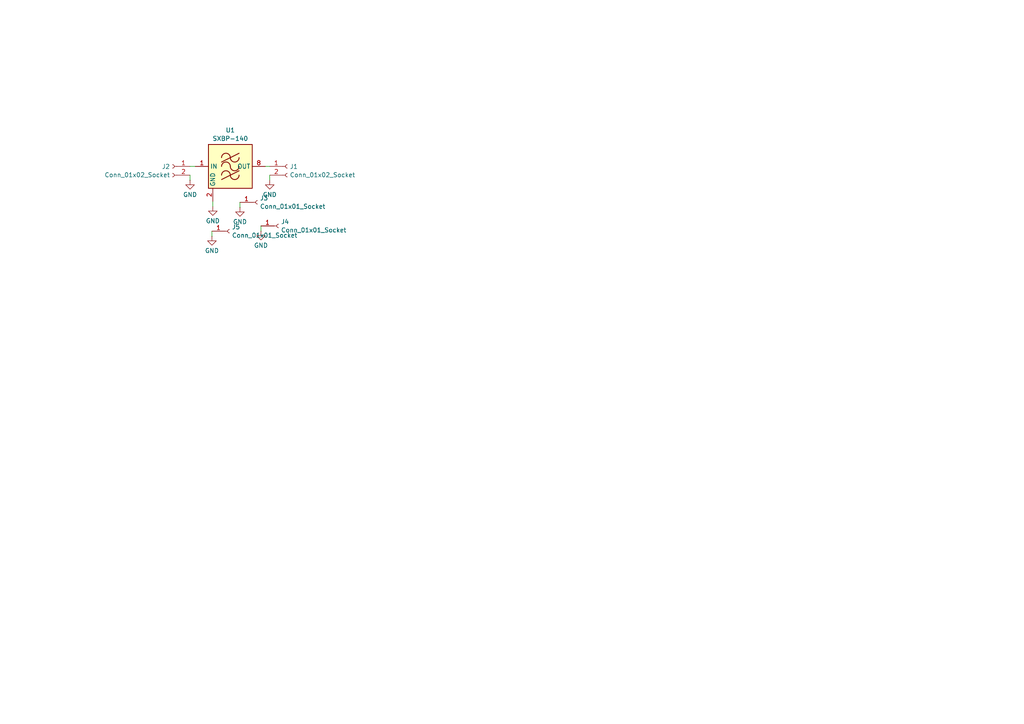
<source format=kicad_sch>
(kicad_sch (version 20231120) (generator "eeschema") (generator_version "8.0")
  (paper "A4")
  (lib_symbols
    (symbol "Connector:Conn_01x01_Socket" (pin_names (offset 1.016) hide)
      (property "Reference" "J" (at 0 2.54 0))
      (property "Value" "Conn_01x01_Socket" (at 0 -2.54 0))
      (symbol "Conn_01x01_Socket_1_1"
        (polyline (pts (xy -1.27 0) (xy -0.508 0)) (stroke (width 0.1524)))
        (arc (start 0 0.508) (mid -0.5058 0) (end 0 -0.508) (stroke (width 0.1524)))
        (pin passive line (at -5.08 0 0) (length 3.81) (name "Pin_1") (number "1"))
      )
    )
    (symbol "Connector:Conn_01x02_Socket" (pin_names (offset 1.016) hide)
      (property "Reference" "J" (at 0 2.54 0))
      (property "Value" "Conn_01x02_Socket" (at 0 -5.08 0))
      (symbol "Conn_01x02_Socket_1_1"
        (arc (start 0 -2.032) (mid -0.5058 -2.54) (end 0 -3.048) (stroke (width 0.1524)))
        (polyline (pts (xy -1.27 -2.54) (xy -0.508 -2.54)) (stroke (width 0.1524)))
        (polyline (pts (xy -1.27 0) (xy -0.508 0)) (stroke (width 0.1524)))
        (arc (start 0 0.508) (mid -0.5058 0) (end 0 -0.508) (stroke (width 0.1524)))
        (pin passive line (at -5.08 0 0) (length 3.81) (name "Pin_1") (number "1"))
        (pin passive line (at -5.08 -2.54 0) (length 3.81) (name "Pin_2") (number "2"))
      )
    )
    (symbol "RF_Filter:SXBP-140"
      (property "Reference" "U" (at -6.35 7.62 0))
      (property "Value" "SXBP-140" (at 6.35 7.62 0))
      (symbol "SXBP-140_0_1"
        (rectangle (start -6.35 6.35) (end 6.35 -6.35) (stroke (width 0.254)) (fill (type background)))
        (arc (start 0 -2.54) (mid -1.27 -1.2755) (end -2.54 -2.54) (stroke (width 0.254)))
        (arc (start 0 -2.54) (mid 1.27 -3.8045) (end 2.54 -2.54) (stroke (width 0.254)))
        (arc (start 0 0) (mid -1.27 1.2645) (end -2.54 0) (stroke (width 0.254)))
        (polyline (pts (xy -2.54 -3.81) (xy 2.54 -1.27)) (stroke (width 0.254)))
        (polyline (pts (xy -2.54 1.27) (xy 2.54 3.81)) (stroke (width 0.254)))
        (arc (start 0 0) (mid 1.27 -1.2645) (end 2.54 0) (stroke (width 0.254)))
        (arc (start 0 2.54) (mid -1.27 3.8045) (end -2.54 2.54) (stroke (width 0.254)))
        (arc (start 0 2.54) (mid 1.27 1.2755) (end 2.54 2.54) (stroke (width 0.254)))
      )
      (symbol "SXBP-140_1_1"
        (pin input line (at -10.16 0 0) (length 3.81) (name "IN") (number "1"))
        (pin power_in line (at -5.08 -10.16 90) (length 3.81) (name "GND") (number "2"))
        (pin passive line (at -5.08 -10.16 90) (length 3.81) hide (name "GND") (number "3"))
        (pin passive line (at -5.08 -10.16 90) (length 3.81) hide (name "GND") (number "4"))
        (pin passive line (at -5.08 -10.16 90) (length 3.81) hide (name "GND") (number "5"))
        (pin passive line (at -5.08 -10.16 90) (length 3.81) hide (name "GND") (number "6"))
        (pin passive line (at -5.08 -10.16 90) (length 3.81) hide (name "GND") (number "7"))
        (pin output line (at 10.16 0 180) (length 3.81) (name "OUT") (number "8"))
      )
    )
    (symbol "power:GND" (power) (pin_numbers hide) (pin_names (offset 0) hide)
      (property "Value" "GND" (at 0 -3.81 0))
      (symbol "GND_0_1"
        (polyline (pts (xy 0 0) (xy 0 -1.27) (xy 1.27 -1.27) (xy 0 -2.54) (xy -1.27 -1.27) (xy 0 -1.27)))
      )
      (symbol "GND_1_1"
        (pin power_in line (at 0 0 270) (length 0) (name "~") (number "1"))
      )
    )
  )
  (wire (pts (xy 61.468 67.056) (xy 61.468 68.58)))
  (wire (pts (xy 78.232 50.8) (xy 78.232 52.324)))
  (wire (pts (xy 55.118 50.8) (xy 55.118 52.324)))
  (wire (pts (xy 69.596 58.674) (xy 69.596 60.198)))
  (wire (pts (xy 61.722 58.42) (xy 61.722 59.944)))
  (wire (pts (xy 75.692 65.532) (xy 75.692 67.056)))
  (wire (pts (xy 55.118 48.26) (xy 56.642 48.26)))
  (wire (pts (xy 76.962 48.26) (xy 78.232 48.26)))
  (symbol (lib_id "Connector:Conn_01x02_Socket") (at 83.312 48.26 0) (unit 1)
    (property "Reference" "J1" (at 84.0232 48.3178 0) (effects (justify left)))
    (property "Value" "Conn_01x02_Socket" (at 84.0232 50.7421 0) (effects (justify left)))
    (property "Footprint" "Connector_Coaxial:MMCX_Molex_73415-1471_Vertical" (effects (hide yes)))
    (property "Description" "Generic connector, single row, 01x02, script generated" (effects (hide yes)))
  )
  (symbol (lib_id "Connector:Conn_01x01_Socket") (at 66.548 67.056 0) (unit 1)
    (property "Reference" "J5" (at 67.2592 65.8438 0) (effects (justify left)))
    (property "Value" "Conn_01x01_Socket" (at 67.2592 68.2681 0) (effects (justify left)))
    (property "Footprint" "SolderWire-0.1sqmm_1x01_D0.4mm_OD1mm" (effects (hide yes)))
    (property "Description" "Generic connector, single row, 01x01, script generated" (effects (hide yes)))
  )
  (symbol (lib_id "power:GND") (at 75.692 67.056 0) (unit 1)
    (property "Reference" "#PWR05" (effects (hide yes)))
    (property "Value" "GND" (at 75.692 71.1891 0))
    (property "Description" "Power symbol creates a global label with name \"GND\" , ground" (effects (hide yes)))
  )
  (symbol (lib_id "Connector:Conn_01x02_Socket") (at 50.038 48.26 0) (mirror y) (unit 1)
    (property "Reference" "J2" (at 49.3268 48.3178 0) (effects (justify left)))
    (property "Value" "Conn_01x02_Socket" (at 49.3268 50.7421 0) (effects (justify left)))
    (property "Footprint" "Connector_Coaxial:MMCX_Molex_73415-1471_Vertical" (effects (hide yes)))
    (property "Description" "Generic connector, single row, 01x02, script generated" (effects (hide yes)))
  )
  (symbol (lib_id "Connector:Conn_01x01_Socket") (at 80.772 65.532 0) (unit 1)
    (property "Reference" "J4" (at 81.4832 64.3198 0) (effects (justify left)))
    (property "Value" "Conn_01x01_Socket" (at 81.4832 66.7441 0) (effects (justify left)))
    (property "Footprint" "SolderWire-0.1sqmm_1x01_D0.4mm_OD1mm" (effects (hide yes)))
    (property "Description" "Generic connector, single row, 01x01, script generated" (effects (hide yes)))
  )
  (symbol (lib_id "power:GND") (at 55.118 52.324 0) (unit 1)
    (property "Reference" "#PWR02" (effects (hide yes)))
    (property "Value" "GND" (at 55.118 56.4571 0))
    (property "Description" "Power symbol creates a global label with name \"GND\" , ground" (effects (hide yes)))
  )
  (symbol (lib_id "RF_Filter:SXBP-140") (at 66.802 48.26 0) (unit 1)
    (property "Reference" "U1" (at 66.802 37.7655 0))
    (property "Value" "SXBP-140" (at 66.802 40.1898 0))
    (property "Footprint" "RF_Mini-Circuits:Mini-Circuits_HF1139_LandPatternPL-230" (effects (hide yes)))
    (property "Datasheet" "https://www.minicircuits.com/pdfs/SXBP-140+.pdf" (effects (hide yes)))
    (property "Description" "Bandpass Filter, 130 to 150 MHz, 50 Ohm, Mini-Circuits HF1139" (effects (hide yes)))
  )
  (symbol (lib_id "power:GND") (at 69.596 60.198 0) (unit 1)
    (property "Reference" "#PWR04" (effects (hide yes)))
    (property "Value" "GND" (at 69.596 64.3311 0))
    (property "Description" "Power symbol creates a global label with name \"GND\" , ground" (effects (hide yes)))
  )
  (symbol (lib_id "power:GND") (at 61.468 68.58 0) (unit 1)
    (property "Reference" "#PWR06" (effects (hide yes)))
    (property "Value" "GND" (at 61.468 72.7131 0))
    (property "Description" "Power symbol creates a global label with name \"GND\" , ground" (effects (hide yes)))
  )
  (symbol (lib_id "power:GND") (at 78.232 52.324 0) (unit 1)
    (property "Reference" "#PWR03" (effects (hide yes)))
    (property "Value" "GND" (at 78.232 56.4571 0))
    (property "Description" "Power symbol creates a global label with name \"GND\" , ground" (effects (hide yes)))
  )
  (symbol (lib_id "Connector:Conn_01x01_Socket") (at 74.676 58.674 0) (unit 1)
    (property "Reference" "J3" (at 75.3872 57.4618 0) (effects (justify left)))
    (property "Value" "Conn_01x01_Socket" (at 75.3872 59.8861 0) (effects (justify left)))
    (property "Footprint" "SolderWire-0.1sqmm_1x01_D0.4mm_OD1mm" (effects (hide yes)))
    (property "Description" "Generic connector, single row, 01x01, script generated" (effects (hide yes)))
  )
  (symbol (lib_id "power:GND") (at 61.722 59.944 0) (unit 1)
    (property "Reference" "#PWR01" (effects (hide yes)))
    (property "Value" "GND" (at 61.722 64.0771 0))
    (property "Description" "Power symbol creates a global label with name \"GND\" , ground" (effects (hide yes)))
  )
)
</source>
